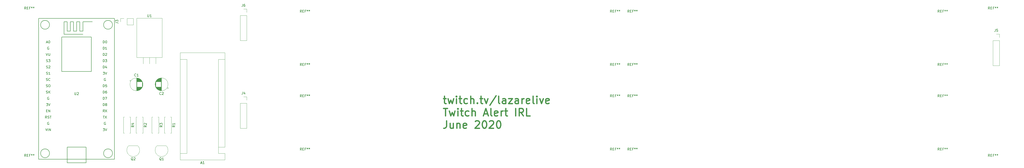
<source format=gbr>
G04 #@! TF.GenerationSoftware,KiCad,Pcbnew,(5.1.5)-3*
G04 #@! TF.CreationDate,2020-07-10T12:59:04+02:00*
G04 #@! TF.ProjectId,twitchdisplay,74776974-6368-4646-9973-706c61792e6b,rev?*
G04 #@! TF.SameCoordinates,Original*
G04 #@! TF.FileFunction,Legend,Top*
G04 #@! TF.FilePolarity,Positive*
%FSLAX46Y46*%
G04 Gerber Fmt 4.6, Leading zero omitted, Abs format (unit mm)*
G04 Created by KiCad (PCBNEW (5.1.5)-3) date 2020-07-10 12:59:04*
%MOMM*%
%LPD*%
G04 APERTURE LIST*
%ADD10C,0.500000*%
%ADD11C,0.150000*%
%ADD12C,0.120000*%
G04 APERTURE END LIST*
D10*
X131420714Y-103577142D02*
X132563571Y-103577142D01*
X131849285Y-102577142D02*
X131849285Y-105148571D01*
X131992142Y-105434285D01*
X132277857Y-105577142D01*
X132563571Y-105577142D01*
X133277857Y-103577142D02*
X133849285Y-105577142D01*
X134420714Y-104148571D01*
X134992142Y-105577142D01*
X135563571Y-103577142D01*
X136706428Y-105577142D02*
X136706428Y-103577142D01*
X136706428Y-102577142D02*
X136563571Y-102720000D01*
X136706428Y-102862857D01*
X136849285Y-102720000D01*
X136706428Y-102577142D01*
X136706428Y-102862857D01*
X137706428Y-103577142D02*
X138849285Y-103577142D01*
X138135000Y-102577142D02*
X138135000Y-105148571D01*
X138277857Y-105434285D01*
X138563571Y-105577142D01*
X138849285Y-105577142D01*
X141135000Y-105434285D02*
X140849285Y-105577142D01*
X140277857Y-105577142D01*
X139992142Y-105434285D01*
X139849285Y-105291428D01*
X139706428Y-105005714D01*
X139706428Y-104148571D01*
X139849285Y-103862857D01*
X139992142Y-103720000D01*
X140277857Y-103577142D01*
X140849285Y-103577142D01*
X141135000Y-103720000D01*
X142420714Y-105577142D02*
X142420714Y-102577142D01*
X143706428Y-105577142D02*
X143706428Y-104005714D01*
X143563571Y-103720000D01*
X143277857Y-103577142D01*
X142849285Y-103577142D01*
X142563571Y-103720000D01*
X142420714Y-103862857D01*
X145135000Y-105291428D02*
X145277857Y-105434285D01*
X145135000Y-105577142D01*
X144992142Y-105434285D01*
X145135000Y-105291428D01*
X145135000Y-105577142D01*
X146135000Y-103577142D02*
X147277857Y-103577142D01*
X146563571Y-102577142D02*
X146563571Y-105148571D01*
X146706428Y-105434285D01*
X146992142Y-105577142D01*
X147277857Y-105577142D01*
X147992142Y-103577142D02*
X148706428Y-105577142D01*
X149420714Y-103577142D01*
X152706428Y-102434285D02*
X150135000Y-106291428D01*
X154135000Y-105577142D02*
X153849285Y-105434285D01*
X153706428Y-105148571D01*
X153706428Y-102577142D01*
X156563571Y-105577142D02*
X156563571Y-104005714D01*
X156420714Y-103720000D01*
X156135000Y-103577142D01*
X155563571Y-103577142D01*
X155277857Y-103720000D01*
X156563571Y-105434285D02*
X156277857Y-105577142D01*
X155563571Y-105577142D01*
X155277857Y-105434285D01*
X155135000Y-105148571D01*
X155135000Y-104862857D01*
X155277857Y-104577142D01*
X155563571Y-104434285D01*
X156277857Y-104434285D01*
X156563571Y-104291428D01*
X157706428Y-103577142D02*
X159277857Y-103577142D01*
X157706428Y-105577142D01*
X159277857Y-105577142D01*
X161706428Y-105577142D02*
X161706428Y-104005714D01*
X161563571Y-103720000D01*
X161277857Y-103577142D01*
X160706428Y-103577142D01*
X160420714Y-103720000D01*
X161706428Y-105434285D02*
X161420714Y-105577142D01*
X160706428Y-105577142D01*
X160420714Y-105434285D01*
X160277857Y-105148571D01*
X160277857Y-104862857D01*
X160420714Y-104577142D01*
X160706428Y-104434285D01*
X161420714Y-104434285D01*
X161706428Y-104291428D01*
X163135000Y-105577142D02*
X163135000Y-103577142D01*
X163135000Y-104148571D02*
X163277857Y-103862857D01*
X163420714Y-103720000D01*
X163706428Y-103577142D01*
X163992142Y-103577142D01*
X166135000Y-105434285D02*
X165849285Y-105577142D01*
X165277857Y-105577142D01*
X164992142Y-105434285D01*
X164849285Y-105148571D01*
X164849285Y-104005714D01*
X164992142Y-103720000D01*
X165277857Y-103577142D01*
X165849285Y-103577142D01*
X166135000Y-103720000D01*
X166277857Y-104005714D01*
X166277857Y-104291428D01*
X164849285Y-104577142D01*
X167992142Y-105577142D02*
X167706428Y-105434285D01*
X167563571Y-105148571D01*
X167563571Y-102577142D01*
X169135000Y-105577142D02*
X169135000Y-103577142D01*
X169135000Y-102577142D02*
X168992142Y-102720000D01*
X169135000Y-102862857D01*
X169277857Y-102720000D01*
X169135000Y-102577142D01*
X169135000Y-102862857D01*
X170277857Y-103577142D02*
X170992142Y-105577142D01*
X171706428Y-103577142D01*
X173992142Y-105434285D02*
X173706428Y-105577142D01*
X173135000Y-105577142D01*
X172849285Y-105434285D01*
X172706428Y-105148571D01*
X172706428Y-104005714D01*
X172849285Y-103720000D01*
X173135000Y-103577142D01*
X173706428Y-103577142D01*
X173992142Y-103720000D01*
X174135000Y-104005714D01*
X174135000Y-104291428D01*
X172706428Y-104577142D01*
X131420714Y-107577142D02*
X133135000Y-107577142D01*
X132277857Y-110577142D02*
X132277857Y-107577142D01*
X133849285Y-108577142D02*
X134420714Y-110577142D01*
X134992142Y-109148571D01*
X135563571Y-110577142D01*
X136135000Y-108577142D01*
X137277857Y-110577142D02*
X137277857Y-108577142D01*
X137277857Y-107577142D02*
X137135000Y-107720000D01*
X137277857Y-107862857D01*
X137420714Y-107720000D01*
X137277857Y-107577142D01*
X137277857Y-107862857D01*
X138277857Y-108577142D02*
X139420714Y-108577142D01*
X138706428Y-107577142D02*
X138706428Y-110148571D01*
X138849285Y-110434285D01*
X139135000Y-110577142D01*
X139420714Y-110577142D01*
X141706428Y-110434285D02*
X141420714Y-110577142D01*
X140849285Y-110577142D01*
X140563571Y-110434285D01*
X140420714Y-110291428D01*
X140277857Y-110005714D01*
X140277857Y-109148571D01*
X140420714Y-108862857D01*
X140563571Y-108720000D01*
X140849285Y-108577142D01*
X141420714Y-108577142D01*
X141706428Y-108720000D01*
X142992142Y-110577142D02*
X142992142Y-107577142D01*
X144277857Y-110577142D02*
X144277857Y-109005714D01*
X144135000Y-108720000D01*
X143849285Y-108577142D01*
X143420714Y-108577142D01*
X143135000Y-108720000D01*
X142992142Y-108862857D01*
X147849285Y-109720000D02*
X149277857Y-109720000D01*
X147563571Y-110577142D02*
X148563571Y-107577142D01*
X149563571Y-110577142D01*
X150992142Y-110577142D02*
X150706428Y-110434285D01*
X150563571Y-110148571D01*
X150563571Y-107577142D01*
X153277857Y-110434285D02*
X152992142Y-110577142D01*
X152420714Y-110577142D01*
X152135000Y-110434285D01*
X151992142Y-110148571D01*
X151992142Y-109005714D01*
X152135000Y-108720000D01*
X152420714Y-108577142D01*
X152992142Y-108577142D01*
X153277857Y-108720000D01*
X153420714Y-109005714D01*
X153420714Y-109291428D01*
X151992142Y-109577142D01*
X154706428Y-110577142D02*
X154706428Y-108577142D01*
X154706428Y-109148571D02*
X154849285Y-108862857D01*
X154992142Y-108720000D01*
X155277857Y-108577142D01*
X155563571Y-108577142D01*
X156135000Y-108577142D02*
X157277857Y-108577142D01*
X156563571Y-107577142D02*
X156563571Y-110148571D01*
X156706428Y-110434285D01*
X156992142Y-110577142D01*
X157277857Y-110577142D01*
X160563571Y-110577142D02*
X160563571Y-107577142D01*
X163706428Y-110577142D02*
X162706428Y-109148571D01*
X161992142Y-110577142D02*
X161992142Y-107577142D01*
X163135000Y-107577142D01*
X163420714Y-107720000D01*
X163563571Y-107862857D01*
X163706428Y-108148571D01*
X163706428Y-108577142D01*
X163563571Y-108862857D01*
X163420714Y-109005714D01*
X163135000Y-109148571D01*
X161992142Y-109148571D01*
X166420714Y-110577142D02*
X164992142Y-110577142D01*
X164992142Y-107577142D01*
X132706428Y-112577142D02*
X132706428Y-114720000D01*
X132563571Y-115148571D01*
X132277857Y-115434285D01*
X131849285Y-115577142D01*
X131563571Y-115577142D01*
X135420714Y-113577142D02*
X135420714Y-115577142D01*
X134135000Y-113577142D02*
X134135000Y-115148571D01*
X134277857Y-115434285D01*
X134563571Y-115577142D01*
X134992142Y-115577142D01*
X135277857Y-115434285D01*
X135420714Y-115291428D01*
X136849285Y-113577142D02*
X136849285Y-115577142D01*
X136849285Y-113862857D02*
X136992142Y-113720000D01*
X137277857Y-113577142D01*
X137706428Y-113577142D01*
X137992142Y-113720000D01*
X138135000Y-114005714D01*
X138135000Y-115577142D01*
X140706428Y-115434285D02*
X140420714Y-115577142D01*
X139849285Y-115577142D01*
X139563571Y-115434285D01*
X139420714Y-115148571D01*
X139420714Y-114005714D01*
X139563571Y-113720000D01*
X139849285Y-113577142D01*
X140420714Y-113577142D01*
X140706428Y-113720000D01*
X140849285Y-114005714D01*
X140849285Y-114291428D01*
X139420714Y-114577142D01*
X144277857Y-112862857D02*
X144420714Y-112720000D01*
X144706428Y-112577142D01*
X145420714Y-112577142D01*
X145706428Y-112720000D01*
X145849285Y-112862857D01*
X145992142Y-113148571D01*
X145992142Y-113434285D01*
X145849285Y-113862857D01*
X144135000Y-115577142D01*
X145992142Y-115577142D01*
X147849285Y-112577142D02*
X148135000Y-112577142D01*
X148420714Y-112720000D01*
X148563571Y-112862857D01*
X148706428Y-113148571D01*
X148849285Y-113720000D01*
X148849285Y-114434285D01*
X148706428Y-115005714D01*
X148563571Y-115291428D01*
X148420714Y-115434285D01*
X148135000Y-115577142D01*
X147849285Y-115577142D01*
X147563571Y-115434285D01*
X147420714Y-115291428D01*
X147277857Y-115005714D01*
X147135000Y-114434285D01*
X147135000Y-113720000D01*
X147277857Y-113148571D01*
X147420714Y-112862857D01*
X147563571Y-112720000D01*
X147849285Y-112577142D01*
X149992142Y-112862857D02*
X150135000Y-112720000D01*
X150420714Y-112577142D01*
X151135000Y-112577142D01*
X151420714Y-112720000D01*
X151563571Y-112862857D01*
X151706428Y-113148571D01*
X151706428Y-113434285D01*
X151563571Y-113862857D01*
X149849285Y-115577142D01*
X151706428Y-115577142D01*
X153563571Y-112577142D02*
X153849285Y-112577142D01*
X154135000Y-112720000D01*
X154277857Y-112862857D01*
X154420714Y-113148571D01*
X154563571Y-113720000D01*
X154563571Y-114434285D01*
X154420714Y-115005714D01*
X154277857Y-115291428D01*
X154135000Y-115434285D01*
X153849285Y-115577142D01*
X153563571Y-115577142D01*
X153277857Y-115434285D01*
X153135000Y-115291428D01*
X152992142Y-115005714D01*
X152849285Y-114434285D01*
X152849285Y-113720000D01*
X152992142Y-113148571D01*
X153135000Y-112862857D01*
X153277857Y-112720000D01*
X153563571Y-112577142D01*
D11*
X-1260000Y-128100000D02*
X-1260000Y-71100000D01*
X-31760000Y-128100000D02*
X-1260000Y-128100000D01*
X-31760000Y-71100000D02*
X-31760000Y-128100000D01*
X-31260000Y-71100000D02*
X-31760000Y-71100000D01*
X-1260000Y-71100000D02*
X-31260000Y-71100000D01*
X-2013949Y-73660000D02*
G75*
G03X-2013949Y-73660000I-1796051J0D01*
G01*
X-27413949Y-73660000D02*
G75*
G03X-27413949Y-73660000I-1796051J0D01*
G01*
X-27413949Y-125730000D02*
G75*
G03X-27413949Y-125730000I-1796051J0D01*
G01*
X-2013949Y-125730000D02*
G75*
G03X-2013949Y-125730000I-1796051J0D01*
G01*
X-20320000Y-123190000D02*
X-20320000Y-129540000D01*
X-12700000Y-123190000D02*
X-20320000Y-123190000D01*
X-12700000Y-129540000D02*
X-12700000Y-123190000D01*
X-20320000Y-129540000D02*
X-12700000Y-129540000D01*
X-13970000Y-72390000D02*
X-10160000Y-72390000D01*
X-13970000Y-76200000D02*
X-13970000Y-72390000D01*
X-15240000Y-76200000D02*
X-13970000Y-76200000D01*
X-15240000Y-72390000D02*
X-15240000Y-76200000D01*
X-16510000Y-72390000D02*
X-15240000Y-72390000D01*
X-16510000Y-76200000D02*
X-16510000Y-72390000D01*
X-17780000Y-76200000D02*
X-16510000Y-76200000D01*
X-17780000Y-72390000D02*
X-17780000Y-76200000D01*
X-19050000Y-72390000D02*
X-17780000Y-72390000D01*
X-19050000Y-76200000D02*
X-19050000Y-72390000D01*
X-20320000Y-76200000D02*
X-19050000Y-76200000D01*
X-20320000Y-72390000D02*
X-20320000Y-76200000D01*
X-21590000Y-72390000D02*
X-20320000Y-72390000D01*
X-21590000Y-77470000D02*
X-21590000Y-72390000D01*
X-13970000Y-77470000D02*
X-21590000Y-77470000D01*
X-22510000Y-92600000D02*
X-22510000Y-78600000D01*
X-10510000Y-92600000D02*
X-22510000Y-92600000D01*
X-10510000Y-78600000D02*
X-10510000Y-92600000D01*
X-22510000Y-78600000D02*
X-10510000Y-78600000D01*
D12*
X15430000Y-86890000D02*
X15430000Y-89430000D01*
X12890000Y-86890000D02*
X12890000Y-89430000D01*
X10350000Y-86890000D02*
X10350000Y-89430000D01*
X18010000Y-71000000D02*
X18010000Y-86890000D01*
X7770000Y-71000000D02*
X7770000Y-86890000D01*
X7770000Y-71000000D02*
X18010000Y-71000000D01*
X7770000Y-86890000D02*
X18010000Y-86890000D01*
X2440000Y-117570000D02*
X2770000Y-117570000D01*
X2440000Y-111030000D02*
X2440000Y-117570000D01*
X2770000Y-111030000D02*
X2440000Y-111030000D01*
X5180000Y-117570000D02*
X4850000Y-117570000D01*
X5180000Y-111030000D02*
X5180000Y-117570000D01*
X4850000Y-111030000D02*
X5180000Y-111030000D01*
X13870000Y-117570000D02*
X14200000Y-117570000D01*
X13870000Y-111030000D02*
X13870000Y-117570000D01*
X14200000Y-111030000D02*
X13870000Y-111030000D01*
X16610000Y-117570000D02*
X16280000Y-117570000D01*
X16610000Y-111030000D02*
X16610000Y-117570000D01*
X16280000Y-111030000D02*
X16610000Y-111030000D01*
X7520000Y-117570000D02*
X7850000Y-117570000D01*
X7520000Y-111030000D02*
X7520000Y-117570000D01*
X7850000Y-111030000D02*
X7520000Y-111030000D01*
X10260000Y-117570000D02*
X9930000Y-117570000D01*
X10260000Y-111030000D02*
X10260000Y-117570000D01*
X9930000Y-111030000D02*
X10260000Y-111030000D01*
X18950000Y-117570000D02*
X19280000Y-117570000D01*
X18950000Y-111030000D02*
X18950000Y-117570000D01*
X19280000Y-111030000D02*
X18950000Y-111030000D01*
X21690000Y-117570000D02*
X21360000Y-117570000D01*
X21690000Y-111030000D02*
X21690000Y-117570000D01*
X21360000Y-111030000D02*
X21690000Y-111030000D01*
X4511522Y-122621522D02*
G75*
G03X6350000Y-127060000I1838478J-1838478D01*
G01*
X8188478Y-122621522D02*
G75*
G02X6350000Y-127060000I-1838478J-1838478D01*
G01*
X8150000Y-122610000D02*
X4550000Y-122610000D01*
X15941522Y-122621522D02*
G75*
G03X17780000Y-127060000I1838478J-1838478D01*
G01*
X19618478Y-122621522D02*
G75*
G02X17780000Y-127060000I-1838478J-1838478D01*
G01*
X19580000Y-122610000D02*
X15980000Y-122610000D01*
X50800000Y-67250000D02*
X52130000Y-67250000D01*
X52130000Y-67250000D02*
X52130000Y-68580000D01*
X52130000Y-69850000D02*
X52130000Y-80070000D01*
X49470000Y-80070000D02*
X52130000Y-80070000D01*
X49470000Y-69850000D02*
X49470000Y-80070000D01*
X49470000Y-69850000D02*
X52130000Y-69850000D01*
X354330000Y-77410000D02*
X355660000Y-77410000D01*
X355660000Y-77410000D02*
X355660000Y-78740000D01*
X355660000Y-80010000D02*
X355660000Y-90230000D01*
X353000000Y-90230000D02*
X355660000Y-90230000D01*
X353000000Y-80010000D02*
X353000000Y-90230000D01*
X353000000Y-80010000D02*
X355660000Y-80010000D01*
X50800000Y-102810000D02*
X52130000Y-102810000D01*
X52130000Y-102810000D02*
X52130000Y-104140000D01*
X52130000Y-105410000D02*
X52130000Y-115630000D01*
X49470000Y-115630000D02*
X52130000Y-115630000D01*
X49470000Y-105410000D02*
X49470000Y-115630000D01*
X49470000Y-105410000D02*
X52130000Y-105410000D01*
X1210000Y-72390000D02*
X1210000Y-71060000D01*
X1210000Y-71060000D02*
X2540000Y-71060000D01*
X3810000Y-71060000D02*
X6410000Y-71060000D01*
X6410000Y-73720000D02*
X6410000Y-71060000D01*
X3810000Y-73720000D02*
X6410000Y-73720000D01*
X3810000Y-73720000D02*
X3810000Y-71060000D01*
X20314775Y-99515000D02*
X20314775Y-99015000D01*
X20564775Y-99265000D02*
X20064775Y-99265000D01*
X15159000Y-98074000D02*
X15159000Y-97506000D01*
X15199000Y-98308000D02*
X15199000Y-97272000D01*
X15239000Y-98467000D02*
X15239000Y-97113000D01*
X15279000Y-98595000D02*
X15279000Y-96985000D01*
X15319000Y-98705000D02*
X15319000Y-96875000D01*
X15359000Y-98801000D02*
X15359000Y-96779000D01*
X15399000Y-98888000D02*
X15399000Y-96692000D01*
X15439000Y-98968000D02*
X15439000Y-96612000D01*
X15479000Y-96750000D02*
X15479000Y-96539000D01*
X15479000Y-99041000D02*
X15479000Y-98830000D01*
X15519000Y-96750000D02*
X15519000Y-96471000D01*
X15519000Y-99109000D02*
X15519000Y-98830000D01*
X15559000Y-96750000D02*
X15559000Y-96407000D01*
X15559000Y-99173000D02*
X15559000Y-98830000D01*
X15599000Y-96750000D02*
X15599000Y-96347000D01*
X15599000Y-99233000D02*
X15599000Y-98830000D01*
X15639000Y-96750000D02*
X15639000Y-96290000D01*
X15639000Y-99290000D02*
X15639000Y-98830000D01*
X15679000Y-96750000D02*
X15679000Y-96236000D01*
X15679000Y-99344000D02*
X15679000Y-98830000D01*
X15719000Y-96750000D02*
X15719000Y-96185000D01*
X15719000Y-99395000D02*
X15719000Y-98830000D01*
X15759000Y-96750000D02*
X15759000Y-96137000D01*
X15759000Y-99443000D02*
X15759000Y-98830000D01*
X15799000Y-96750000D02*
X15799000Y-96091000D01*
X15799000Y-99489000D02*
X15799000Y-98830000D01*
X15839000Y-96750000D02*
X15839000Y-96047000D01*
X15839000Y-99533000D02*
X15839000Y-98830000D01*
X15879000Y-96750000D02*
X15879000Y-96005000D01*
X15879000Y-99575000D02*
X15879000Y-98830000D01*
X15919000Y-96750000D02*
X15919000Y-95964000D01*
X15919000Y-99616000D02*
X15919000Y-98830000D01*
X15959000Y-96750000D02*
X15959000Y-95926000D01*
X15959000Y-99654000D02*
X15959000Y-98830000D01*
X15999000Y-96750000D02*
X15999000Y-95889000D01*
X15999000Y-99691000D02*
X15999000Y-98830000D01*
X16039000Y-96750000D02*
X16039000Y-95853000D01*
X16039000Y-99727000D02*
X16039000Y-98830000D01*
X16079000Y-96750000D02*
X16079000Y-95819000D01*
X16079000Y-99761000D02*
X16079000Y-98830000D01*
X16119000Y-96750000D02*
X16119000Y-95786000D01*
X16119000Y-99794000D02*
X16119000Y-98830000D01*
X16159000Y-96750000D02*
X16159000Y-95755000D01*
X16159000Y-99825000D02*
X16159000Y-98830000D01*
X16199000Y-96750000D02*
X16199000Y-95725000D01*
X16199000Y-99855000D02*
X16199000Y-98830000D01*
X16239000Y-96750000D02*
X16239000Y-95695000D01*
X16239000Y-99885000D02*
X16239000Y-98830000D01*
X16279000Y-96750000D02*
X16279000Y-95668000D01*
X16279000Y-99912000D02*
X16279000Y-98830000D01*
X16319000Y-96750000D02*
X16319000Y-95641000D01*
X16319000Y-99939000D02*
X16319000Y-98830000D01*
X16359000Y-96750000D02*
X16359000Y-95615000D01*
X16359000Y-99965000D02*
X16359000Y-98830000D01*
X16399000Y-96750000D02*
X16399000Y-95590000D01*
X16399000Y-99990000D02*
X16399000Y-98830000D01*
X16439000Y-96750000D02*
X16439000Y-95566000D01*
X16439000Y-100014000D02*
X16439000Y-98830000D01*
X16479000Y-96750000D02*
X16479000Y-95543000D01*
X16479000Y-100037000D02*
X16479000Y-98830000D01*
X16519000Y-96750000D02*
X16519000Y-95522000D01*
X16519000Y-100058000D02*
X16519000Y-98830000D01*
X16559000Y-96750000D02*
X16559000Y-95500000D01*
X16559000Y-100080000D02*
X16559000Y-98830000D01*
X16599000Y-96750000D02*
X16599000Y-95480000D01*
X16599000Y-100100000D02*
X16599000Y-98830000D01*
X16639000Y-96750000D02*
X16639000Y-95461000D01*
X16639000Y-100119000D02*
X16639000Y-98830000D01*
X16679000Y-96750000D02*
X16679000Y-95442000D01*
X16679000Y-100138000D02*
X16679000Y-98830000D01*
X16719000Y-96750000D02*
X16719000Y-95425000D01*
X16719000Y-100155000D02*
X16719000Y-98830000D01*
X16759000Y-96750000D02*
X16759000Y-95408000D01*
X16759000Y-100172000D02*
X16759000Y-98830000D01*
X16799000Y-96750000D02*
X16799000Y-95392000D01*
X16799000Y-100188000D02*
X16799000Y-98830000D01*
X16839000Y-96750000D02*
X16839000Y-95376000D01*
X16839000Y-100204000D02*
X16839000Y-98830000D01*
X16879000Y-96750000D02*
X16879000Y-95362000D01*
X16879000Y-100218000D02*
X16879000Y-98830000D01*
X16919000Y-96750000D02*
X16919000Y-95348000D01*
X16919000Y-100232000D02*
X16919000Y-98830000D01*
X16959000Y-96750000D02*
X16959000Y-95335000D01*
X16959000Y-100245000D02*
X16959000Y-98830000D01*
X16999000Y-96750000D02*
X16999000Y-95322000D01*
X16999000Y-100258000D02*
X16999000Y-98830000D01*
X17039000Y-96750000D02*
X17039000Y-95310000D01*
X17039000Y-100270000D02*
X17039000Y-98830000D01*
X17080000Y-96750000D02*
X17080000Y-95299000D01*
X17080000Y-100281000D02*
X17080000Y-98830000D01*
X17120000Y-96750000D02*
X17120000Y-95289000D01*
X17120000Y-100291000D02*
X17120000Y-98830000D01*
X17160000Y-96750000D02*
X17160000Y-95279000D01*
X17160000Y-100301000D02*
X17160000Y-98830000D01*
X17200000Y-96750000D02*
X17200000Y-95270000D01*
X17200000Y-100310000D02*
X17200000Y-98830000D01*
X17240000Y-96750000D02*
X17240000Y-95262000D01*
X17240000Y-100318000D02*
X17240000Y-98830000D01*
X17280000Y-96750000D02*
X17280000Y-95254000D01*
X17280000Y-100326000D02*
X17280000Y-98830000D01*
X17320000Y-96750000D02*
X17320000Y-95247000D01*
X17320000Y-100333000D02*
X17320000Y-98830000D01*
X17360000Y-96750000D02*
X17360000Y-95240000D01*
X17360000Y-100340000D02*
X17360000Y-98830000D01*
X17400000Y-96750000D02*
X17400000Y-95234000D01*
X17400000Y-100346000D02*
X17400000Y-98830000D01*
X17440000Y-96750000D02*
X17440000Y-95229000D01*
X17440000Y-100351000D02*
X17440000Y-98830000D01*
X17480000Y-96750000D02*
X17480000Y-95225000D01*
X17480000Y-100355000D02*
X17480000Y-98830000D01*
X17520000Y-96750000D02*
X17520000Y-95221000D01*
X17520000Y-100359000D02*
X17520000Y-98830000D01*
X17560000Y-100363000D02*
X17560000Y-95217000D01*
X17600000Y-100366000D02*
X17600000Y-95214000D01*
X17640000Y-100368000D02*
X17640000Y-95212000D01*
X17680000Y-100369000D02*
X17680000Y-95211000D01*
X17720000Y-100370000D02*
X17720000Y-95210000D01*
X17760000Y-100370000D02*
X17760000Y-95210000D01*
X20380000Y-97790000D02*
G75*
G03X20380000Y-97790000I-2620000J0D01*
G01*
X5085225Y-96065000D02*
X5085225Y-96565000D01*
X4835225Y-96315000D02*
X5335225Y-96315000D01*
X10241000Y-97506000D02*
X10241000Y-98074000D01*
X10201000Y-97272000D02*
X10201000Y-98308000D01*
X10161000Y-97113000D02*
X10161000Y-98467000D01*
X10121000Y-96985000D02*
X10121000Y-98595000D01*
X10081000Y-96875000D02*
X10081000Y-98705000D01*
X10041000Y-96779000D02*
X10041000Y-98801000D01*
X10001000Y-96692000D02*
X10001000Y-98888000D01*
X9961000Y-96612000D02*
X9961000Y-98968000D01*
X9921000Y-98830000D02*
X9921000Y-99041000D01*
X9921000Y-96539000D02*
X9921000Y-96750000D01*
X9881000Y-98830000D02*
X9881000Y-99109000D01*
X9881000Y-96471000D02*
X9881000Y-96750000D01*
X9841000Y-98830000D02*
X9841000Y-99173000D01*
X9841000Y-96407000D02*
X9841000Y-96750000D01*
X9801000Y-98830000D02*
X9801000Y-99233000D01*
X9801000Y-96347000D02*
X9801000Y-96750000D01*
X9761000Y-98830000D02*
X9761000Y-99290000D01*
X9761000Y-96290000D02*
X9761000Y-96750000D01*
X9721000Y-98830000D02*
X9721000Y-99344000D01*
X9721000Y-96236000D02*
X9721000Y-96750000D01*
X9681000Y-98830000D02*
X9681000Y-99395000D01*
X9681000Y-96185000D02*
X9681000Y-96750000D01*
X9641000Y-98830000D02*
X9641000Y-99443000D01*
X9641000Y-96137000D02*
X9641000Y-96750000D01*
X9601000Y-98830000D02*
X9601000Y-99489000D01*
X9601000Y-96091000D02*
X9601000Y-96750000D01*
X9561000Y-98830000D02*
X9561000Y-99533000D01*
X9561000Y-96047000D02*
X9561000Y-96750000D01*
X9521000Y-98830000D02*
X9521000Y-99575000D01*
X9521000Y-96005000D02*
X9521000Y-96750000D01*
X9481000Y-98830000D02*
X9481000Y-99616000D01*
X9481000Y-95964000D02*
X9481000Y-96750000D01*
X9441000Y-98830000D02*
X9441000Y-99654000D01*
X9441000Y-95926000D02*
X9441000Y-96750000D01*
X9401000Y-98830000D02*
X9401000Y-99691000D01*
X9401000Y-95889000D02*
X9401000Y-96750000D01*
X9361000Y-98830000D02*
X9361000Y-99727000D01*
X9361000Y-95853000D02*
X9361000Y-96750000D01*
X9321000Y-98830000D02*
X9321000Y-99761000D01*
X9321000Y-95819000D02*
X9321000Y-96750000D01*
X9281000Y-98830000D02*
X9281000Y-99794000D01*
X9281000Y-95786000D02*
X9281000Y-96750000D01*
X9241000Y-98830000D02*
X9241000Y-99825000D01*
X9241000Y-95755000D02*
X9241000Y-96750000D01*
X9201000Y-98830000D02*
X9201000Y-99855000D01*
X9201000Y-95725000D02*
X9201000Y-96750000D01*
X9161000Y-98830000D02*
X9161000Y-99885000D01*
X9161000Y-95695000D02*
X9161000Y-96750000D01*
X9121000Y-98830000D02*
X9121000Y-99912000D01*
X9121000Y-95668000D02*
X9121000Y-96750000D01*
X9081000Y-98830000D02*
X9081000Y-99939000D01*
X9081000Y-95641000D02*
X9081000Y-96750000D01*
X9041000Y-98830000D02*
X9041000Y-99965000D01*
X9041000Y-95615000D02*
X9041000Y-96750000D01*
X9001000Y-98830000D02*
X9001000Y-99990000D01*
X9001000Y-95590000D02*
X9001000Y-96750000D01*
X8961000Y-98830000D02*
X8961000Y-100014000D01*
X8961000Y-95566000D02*
X8961000Y-96750000D01*
X8921000Y-98830000D02*
X8921000Y-100037000D01*
X8921000Y-95543000D02*
X8921000Y-96750000D01*
X8881000Y-98830000D02*
X8881000Y-100058000D01*
X8881000Y-95522000D02*
X8881000Y-96750000D01*
X8841000Y-98830000D02*
X8841000Y-100080000D01*
X8841000Y-95500000D02*
X8841000Y-96750000D01*
X8801000Y-98830000D02*
X8801000Y-100100000D01*
X8801000Y-95480000D02*
X8801000Y-96750000D01*
X8761000Y-98830000D02*
X8761000Y-100119000D01*
X8761000Y-95461000D02*
X8761000Y-96750000D01*
X8721000Y-98830000D02*
X8721000Y-100138000D01*
X8721000Y-95442000D02*
X8721000Y-96750000D01*
X8681000Y-98830000D02*
X8681000Y-100155000D01*
X8681000Y-95425000D02*
X8681000Y-96750000D01*
X8641000Y-98830000D02*
X8641000Y-100172000D01*
X8641000Y-95408000D02*
X8641000Y-96750000D01*
X8601000Y-98830000D02*
X8601000Y-100188000D01*
X8601000Y-95392000D02*
X8601000Y-96750000D01*
X8561000Y-98830000D02*
X8561000Y-100204000D01*
X8561000Y-95376000D02*
X8561000Y-96750000D01*
X8521000Y-98830000D02*
X8521000Y-100218000D01*
X8521000Y-95362000D02*
X8521000Y-96750000D01*
X8481000Y-98830000D02*
X8481000Y-100232000D01*
X8481000Y-95348000D02*
X8481000Y-96750000D01*
X8441000Y-98830000D02*
X8441000Y-100245000D01*
X8441000Y-95335000D02*
X8441000Y-96750000D01*
X8401000Y-98830000D02*
X8401000Y-100258000D01*
X8401000Y-95322000D02*
X8401000Y-96750000D01*
X8361000Y-98830000D02*
X8361000Y-100270000D01*
X8361000Y-95310000D02*
X8361000Y-96750000D01*
X8320000Y-98830000D02*
X8320000Y-100281000D01*
X8320000Y-95299000D02*
X8320000Y-96750000D01*
X8280000Y-98830000D02*
X8280000Y-100291000D01*
X8280000Y-95289000D02*
X8280000Y-96750000D01*
X8240000Y-98830000D02*
X8240000Y-100301000D01*
X8240000Y-95279000D02*
X8240000Y-96750000D01*
X8200000Y-98830000D02*
X8200000Y-100310000D01*
X8200000Y-95270000D02*
X8200000Y-96750000D01*
X8160000Y-98830000D02*
X8160000Y-100318000D01*
X8160000Y-95262000D02*
X8160000Y-96750000D01*
X8120000Y-98830000D02*
X8120000Y-100326000D01*
X8120000Y-95254000D02*
X8120000Y-96750000D01*
X8080000Y-98830000D02*
X8080000Y-100333000D01*
X8080000Y-95247000D02*
X8080000Y-96750000D01*
X8040000Y-98830000D02*
X8040000Y-100340000D01*
X8040000Y-95240000D02*
X8040000Y-96750000D01*
X8000000Y-98830000D02*
X8000000Y-100346000D01*
X8000000Y-95234000D02*
X8000000Y-96750000D01*
X7960000Y-98830000D02*
X7960000Y-100351000D01*
X7960000Y-95229000D02*
X7960000Y-96750000D01*
X7920000Y-98830000D02*
X7920000Y-100355000D01*
X7920000Y-95225000D02*
X7920000Y-96750000D01*
X7880000Y-98830000D02*
X7880000Y-100359000D01*
X7880000Y-95221000D02*
X7880000Y-96750000D01*
X7840000Y-95217000D02*
X7840000Y-100363000D01*
X7800000Y-95214000D02*
X7800000Y-100366000D01*
X7760000Y-95212000D02*
X7760000Y-100368000D01*
X7720000Y-95211000D02*
X7720000Y-100369000D01*
X7680000Y-95210000D02*
X7680000Y-100370000D01*
X7640000Y-95210000D02*
X7640000Y-100370000D01*
X10260000Y-97790000D02*
G75*
G03X10260000Y-97790000I-2620000J0D01*
G01*
X25270000Y-128400000D02*
X43310000Y-128400000D01*
X25270000Y-84960000D02*
X25270000Y-128400000D01*
X43310000Y-84960000D02*
X25270000Y-84960000D01*
X40640000Y-87630000D02*
X43310000Y-87630000D01*
X40640000Y-123190000D02*
X40640000Y-87630000D01*
X40640000Y-123190000D02*
X43310000Y-123190000D01*
X27940000Y-87630000D02*
X25270000Y-87630000D01*
X27940000Y-125730000D02*
X27940000Y-87630000D01*
X27940000Y-125730000D02*
X25270000Y-125730000D01*
X43310000Y-128400000D02*
X43310000Y-125730000D01*
X43310000Y-123190000D02*
X43310000Y-84960000D01*
X40640000Y-125730000D02*
X43310000Y-125730000D01*
X40640000Y-123190000D02*
X40640000Y-125730000D01*
D11*
X331406666Y-68642380D02*
X331073333Y-68166190D01*
X330835238Y-68642380D02*
X330835238Y-67642380D01*
X331216190Y-67642380D01*
X331311428Y-67690000D01*
X331359047Y-67737619D01*
X331406666Y-67832857D01*
X331406666Y-67975714D01*
X331359047Y-68070952D01*
X331311428Y-68118571D01*
X331216190Y-68166190D01*
X330835238Y-68166190D01*
X331835238Y-68118571D02*
X332168571Y-68118571D01*
X332311428Y-68642380D02*
X331835238Y-68642380D01*
X331835238Y-67642380D01*
X332311428Y-67642380D01*
X333073333Y-68118571D02*
X332740000Y-68118571D01*
X332740000Y-68642380D02*
X332740000Y-67642380D01*
X333216190Y-67642380D01*
X333740000Y-67642380D02*
X333740000Y-67880476D01*
X333501904Y-67785238D02*
X333740000Y-67880476D01*
X333978095Y-67785238D01*
X333597142Y-68070952D02*
X333740000Y-67880476D01*
X333882857Y-68070952D01*
X334501904Y-67642380D02*
X334501904Y-67880476D01*
X334263809Y-67785238D02*
X334501904Y-67880476D01*
X334740000Y-67785238D01*
X334359047Y-68070952D02*
X334501904Y-67880476D01*
X334644761Y-68070952D01*
X331406666Y-90232380D02*
X331073333Y-89756190D01*
X330835238Y-90232380D02*
X330835238Y-89232380D01*
X331216190Y-89232380D01*
X331311428Y-89280000D01*
X331359047Y-89327619D01*
X331406666Y-89422857D01*
X331406666Y-89565714D01*
X331359047Y-89660952D01*
X331311428Y-89708571D01*
X331216190Y-89756190D01*
X330835238Y-89756190D01*
X331835238Y-89708571D02*
X332168571Y-89708571D01*
X332311428Y-90232380D02*
X331835238Y-90232380D01*
X331835238Y-89232380D01*
X332311428Y-89232380D01*
X333073333Y-89708571D02*
X332740000Y-89708571D01*
X332740000Y-90232380D02*
X332740000Y-89232380D01*
X333216190Y-89232380D01*
X333740000Y-89232380D02*
X333740000Y-89470476D01*
X333501904Y-89375238D02*
X333740000Y-89470476D01*
X333978095Y-89375238D01*
X333597142Y-89660952D02*
X333740000Y-89470476D01*
X333882857Y-89660952D01*
X334501904Y-89232380D02*
X334501904Y-89470476D01*
X334263809Y-89375238D02*
X334501904Y-89470476D01*
X334740000Y-89375238D01*
X334359047Y-89660952D02*
X334501904Y-89470476D01*
X334644761Y-89660952D01*
X331406666Y-102932380D02*
X331073333Y-102456190D01*
X330835238Y-102932380D02*
X330835238Y-101932380D01*
X331216190Y-101932380D01*
X331311428Y-101980000D01*
X331359047Y-102027619D01*
X331406666Y-102122857D01*
X331406666Y-102265714D01*
X331359047Y-102360952D01*
X331311428Y-102408571D01*
X331216190Y-102456190D01*
X330835238Y-102456190D01*
X331835238Y-102408571D02*
X332168571Y-102408571D01*
X332311428Y-102932380D02*
X331835238Y-102932380D01*
X331835238Y-101932380D01*
X332311428Y-101932380D01*
X333073333Y-102408571D02*
X332740000Y-102408571D01*
X332740000Y-102932380D02*
X332740000Y-101932380D01*
X333216190Y-101932380D01*
X333740000Y-101932380D02*
X333740000Y-102170476D01*
X333501904Y-102075238D02*
X333740000Y-102170476D01*
X333978095Y-102075238D01*
X333597142Y-102360952D02*
X333740000Y-102170476D01*
X333882857Y-102360952D01*
X334501904Y-101932380D02*
X334501904Y-102170476D01*
X334263809Y-102075238D02*
X334501904Y-102170476D01*
X334740000Y-102075238D01*
X334359047Y-102360952D02*
X334501904Y-102170476D01*
X334644761Y-102360952D01*
X331406666Y-124522380D02*
X331073333Y-124046190D01*
X330835238Y-124522380D02*
X330835238Y-123522380D01*
X331216190Y-123522380D01*
X331311428Y-123570000D01*
X331359047Y-123617619D01*
X331406666Y-123712857D01*
X331406666Y-123855714D01*
X331359047Y-123950952D01*
X331311428Y-123998571D01*
X331216190Y-124046190D01*
X330835238Y-124046190D01*
X331835238Y-123998571D02*
X332168571Y-123998571D01*
X332311428Y-124522380D02*
X331835238Y-124522380D01*
X331835238Y-123522380D01*
X332311428Y-123522380D01*
X333073333Y-123998571D02*
X332740000Y-123998571D01*
X332740000Y-124522380D02*
X332740000Y-123522380D01*
X333216190Y-123522380D01*
X333740000Y-123522380D02*
X333740000Y-123760476D01*
X333501904Y-123665238D02*
X333740000Y-123760476D01*
X333978095Y-123665238D01*
X333597142Y-123950952D02*
X333740000Y-123760476D01*
X333882857Y-123950952D01*
X334501904Y-123522380D02*
X334501904Y-123760476D01*
X334263809Y-123665238D02*
X334501904Y-123760476D01*
X334740000Y-123665238D01*
X334359047Y-123950952D02*
X334501904Y-123760476D01*
X334644761Y-123950952D01*
X206311666Y-68642380D02*
X205978333Y-68166190D01*
X205740238Y-68642380D02*
X205740238Y-67642380D01*
X206121190Y-67642380D01*
X206216428Y-67690000D01*
X206264047Y-67737619D01*
X206311666Y-67832857D01*
X206311666Y-67975714D01*
X206264047Y-68070952D01*
X206216428Y-68118571D01*
X206121190Y-68166190D01*
X205740238Y-68166190D01*
X206740238Y-68118571D02*
X207073571Y-68118571D01*
X207216428Y-68642380D02*
X206740238Y-68642380D01*
X206740238Y-67642380D01*
X207216428Y-67642380D01*
X207978333Y-68118571D02*
X207645000Y-68118571D01*
X207645000Y-68642380D02*
X207645000Y-67642380D01*
X208121190Y-67642380D01*
X208645000Y-67642380D02*
X208645000Y-67880476D01*
X208406904Y-67785238D02*
X208645000Y-67880476D01*
X208883095Y-67785238D01*
X208502142Y-68070952D02*
X208645000Y-67880476D01*
X208787857Y-68070952D01*
X209406904Y-67642380D02*
X209406904Y-67880476D01*
X209168809Y-67785238D02*
X209406904Y-67880476D01*
X209645000Y-67785238D01*
X209264047Y-68070952D02*
X209406904Y-67880476D01*
X209549761Y-68070952D01*
X206311666Y-90232380D02*
X205978333Y-89756190D01*
X205740238Y-90232380D02*
X205740238Y-89232380D01*
X206121190Y-89232380D01*
X206216428Y-89280000D01*
X206264047Y-89327619D01*
X206311666Y-89422857D01*
X206311666Y-89565714D01*
X206264047Y-89660952D01*
X206216428Y-89708571D01*
X206121190Y-89756190D01*
X205740238Y-89756190D01*
X206740238Y-89708571D02*
X207073571Y-89708571D01*
X207216428Y-90232380D02*
X206740238Y-90232380D01*
X206740238Y-89232380D01*
X207216428Y-89232380D01*
X207978333Y-89708571D02*
X207645000Y-89708571D01*
X207645000Y-90232380D02*
X207645000Y-89232380D01*
X208121190Y-89232380D01*
X208645000Y-89232380D02*
X208645000Y-89470476D01*
X208406904Y-89375238D02*
X208645000Y-89470476D01*
X208883095Y-89375238D01*
X208502142Y-89660952D02*
X208645000Y-89470476D01*
X208787857Y-89660952D01*
X209406904Y-89232380D02*
X209406904Y-89470476D01*
X209168809Y-89375238D02*
X209406904Y-89470476D01*
X209645000Y-89375238D01*
X209264047Y-89660952D02*
X209406904Y-89470476D01*
X209549761Y-89660952D01*
X206311666Y-102932380D02*
X205978333Y-102456190D01*
X205740238Y-102932380D02*
X205740238Y-101932380D01*
X206121190Y-101932380D01*
X206216428Y-101980000D01*
X206264047Y-102027619D01*
X206311666Y-102122857D01*
X206311666Y-102265714D01*
X206264047Y-102360952D01*
X206216428Y-102408571D01*
X206121190Y-102456190D01*
X205740238Y-102456190D01*
X206740238Y-102408571D02*
X207073571Y-102408571D01*
X207216428Y-102932380D02*
X206740238Y-102932380D01*
X206740238Y-101932380D01*
X207216428Y-101932380D01*
X207978333Y-102408571D02*
X207645000Y-102408571D01*
X207645000Y-102932380D02*
X207645000Y-101932380D01*
X208121190Y-101932380D01*
X208645000Y-101932380D02*
X208645000Y-102170476D01*
X208406904Y-102075238D02*
X208645000Y-102170476D01*
X208883095Y-102075238D01*
X208502142Y-102360952D02*
X208645000Y-102170476D01*
X208787857Y-102360952D01*
X209406904Y-101932380D02*
X209406904Y-102170476D01*
X209168809Y-102075238D02*
X209406904Y-102170476D01*
X209645000Y-102075238D01*
X209264047Y-102360952D02*
X209406904Y-102170476D01*
X209549761Y-102360952D01*
X206311666Y-124522380D02*
X205978333Y-124046190D01*
X205740238Y-124522380D02*
X205740238Y-123522380D01*
X206121190Y-123522380D01*
X206216428Y-123570000D01*
X206264047Y-123617619D01*
X206311666Y-123712857D01*
X206311666Y-123855714D01*
X206264047Y-123950952D01*
X206216428Y-123998571D01*
X206121190Y-124046190D01*
X205740238Y-124046190D01*
X206740238Y-123998571D02*
X207073571Y-123998571D01*
X207216428Y-124522380D02*
X206740238Y-124522380D01*
X206740238Y-123522380D01*
X207216428Y-123522380D01*
X207978333Y-123998571D02*
X207645000Y-123998571D01*
X207645000Y-124522380D02*
X207645000Y-123522380D01*
X208121190Y-123522380D01*
X208645000Y-123522380D02*
X208645000Y-123760476D01*
X208406904Y-123665238D02*
X208645000Y-123760476D01*
X208883095Y-123665238D01*
X208502142Y-123950952D02*
X208645000Y-123760476D01*
X208787857Y-123950952D01*
X209406904Y-123522380D02*
X209406904Y-123760476D01*
X209168809Y-123665238D02*
X209406904Y-123760476D01*
X209645000Y-123665238D01*
X209264047Y-123950952D02*
X209406904Y-123760476D01*
X209549761Y-123950952D01*
X199326666Y-68642380D02*
X198993333Y-68166190D01*
X198755238Y-68642380D02*
X198755238Y-67642380D01*
X199136190Y-67642380D01*
X199231428Y-67690000D01*
X199279047Y-67737619D01*
X199326666Y-67832857D01*
X199326666Y-67975714D01*
X199279047Y-68070952D01*
X199231428Y-68118571D01*
X199136190Y-68166190D01*
X198755238Y-68166190D01*
X199755238Y-68118571D02*
X200088571Y-68118571D01*
X200231428Y-68642380D02*
X199755238Y-68642380D01*
X199755238Y-67642380D01*
X200231428Y-67642380D01*
X200993333Y-68118571D02*
X200660000Y-68118571D01*
X200660000Y-68642380D02*
X200660000Y-67642380D01*
X201136190Y-67642380D01*
X201660000Y-67642380D02*
X201660000Y-67880476D01*
X201421904Y-67785238D02*
X201660000Y-67880476D01*
X201898095Y-67785238D01*
X201517142Y-68070952D02*
X201660000Y-67880476D01*
X201802857Y-68070952D01*
X202421904Y-67642380D02*
X202421904Y-67880476D01*
X202183809Y-67785238D02*
X202421904Y-67880476D01*
X202660000Y-67785238D01*
X202279047Y-68070952D02*
X202421904Y-67880476D01*
X202564761Y-68070952D01*
X199326666Y-90232380D02*
X198993333Y-89756190D01*
X198755238Y-90232380D02*
X198755238Y-89232380D01*
X199136190Y-89232380D01*
X199231428Y-89280000D01*
X199279047Y-89327619D01*
X199326666Y-89422857D01*
X199326666Y-89565714D01*
X199279047Y-89660952D01*
X199231428Y-89708571D01*
X199136190Y-89756190D01*
X198755238Y-89756190D01*
X199755238Y-89708571D02*
X200088571Y-89708571D01*
X200231428Y-90232380D02*
X199755238Y-90232380D01*
X199755238Y-89232380D01*
X200231428Y-89232380D01*
X200993333Y-89708571D02*
X200660000Y-89708571D01*
X200660000Y-90232380D02*
X200660000Y-89232380D01*
X201136190Y-89232380D01*
X201660000Y-89232380D02*
X201660000Y-89470476D01*
X201421904Y-89375238D02*
X201660000Y-89470476D01*
X201898095Y-89375238D01*
X201517142Y-89660952D02*
X201660000Y-89470476D01*
X201802857Y-89660952D01*
X202421904Y-89232380D02*
X202421904Y-89470476D01*
X202183809Y-89375238D02*
X202421904Y-89470476D01*
X202660000Y-89375238D01*
X202279047Y-89660952D02*
X202421904Y-89470476D01*
X202564761Y-89660952D01*
X199326666Y-102932380D02*
X198993333Y-102456190D01*
X198755238Y-102932380D02*
X198755238Y-101932380D01*
X199136190Y-101932380D01*
X199231428Y-101980000D01*
X199279047Y-102027619D01*
X199326666Y-102122857D01*
X199326666Y-102265714D01*
X199279047Y-102360952D01*
X199231428Y-102408571D01*
X199136190Y-102456190D01*
X198755238Y-102456190D01*
X199755238Y-102408571D02*
X200088571Y-102408571D01*
X200231428Y-102932380D02*
X199755238Y-102932380D01*
X199755238Y-101932380D01*
X200231428Y-101932380D01*
X200993333Y-102408571D02*
X200660000Y-102408571D01*
X200660000Y-102932380D02*
X200660000Y-101932380D01*
X201136190Y-101932380D01*
X201660000Y-101932380D02*
X201660000Y-102170476D01*
X201421904Y-102075238D02*
X201660000Y-102170476D01*
X201898095Y-102075238D01*
X201517142Y-102360952D02*
X201660000Y-102170476D01*
X201802857Y-102360952D01*
X202421904Y-101932380D02*
X202421904Y-102170476D01*
X202183809Y-102075238D02*
X202421904Y-102170476D01*
X202660000Y-102075238D01*
X202279047Y-102360952D02*
X202421904Y-102170476D01*
X202564761Y-102360952D01*
X199326666Y-124522380D02*
X198993333Y-124046190D01*
X198755238Y-124522380D02*
X198755238Y-123522380D01*
X199136190Y-123522380D01*
X199231428Y-123570000D01*
X199279047Y-123617619D01*
X199326666Y-123712857D01*
X199326666Y-123855714D01*
X199279047Y-123950952D01*
X199231428Y-123998571D01*
X199136190Y-124046190D01*
X198755238Y-124046190D01*
X199755238Y-123998571D02*
X200088571Y-123998571D01*
X200231428Y-124522380D02*
X199755238Y-124522380D01*
X199755238Y-123522380D01*
X200231428Y-123522380D01*
X200993333Y-123998571D02*
X200660000Y-123998571D01*
X200660000Y-124522380D02*
X200660000Y-123522380D01*
X201136190Y-123522380D01*
X201660000Y-123522380D02*
X201660000Y-123760476D01*
X201421904Y-123665238D02*
X201660000Y-123760476D01*
X201898095Y-123665238D01*
X201517142Y-123950952D02*
X201660000Y-123760476D01*
X201802857Y-123950952D01*
X202421904Y-123522380D02*
X202421904Y-123760476D01*
X202183809Y-123665238D02*
X202421904Y-123760476D01*
X202660000Y-123665238D01*
X202279047Y-123950952D02*
X202421904Y-123760476D01*
X202564761Y-123950952D01*
X74231666Y-124522380D02*
X73898333Y-124046190D01*
X73660238Y-124522380D02*
X73660238Y-123522380D01*
X74041190Y-123522380D01*
X74136428Y-123570000D01*
X74184047Y-123617619D01*
X74231666Y-123712857D01*
X74231666Y-123855714D01*
X74184047Y-123950952D01*
X74136428Y-123998571D01*
X74041190Y-124046190D01*
X73660238Y-124046190D01*
X74660238Y-123998571D02*
X74993571Y-123998571D01*
X75136428Y-124522380D02*
X74660238Y-124522380D01*
X74660238Y-123522380D01*
X75136428Y-123522380D01*
X75898333Y-123998571D02*
X75565000Y-123998571D01*
X75565000Y-124522380D02*
X75565000Y-123522380D01*
X76041190Y-123522380D01*
X76565000Y-123522380D02*
X76565000Y-123760476D01*
X76326904Y-123665238D02*
X76565000Y-123760476D01*
X76803095Y-123665238D01*
X76422142Y-123950952D02*
X76565000Y-123760476D01*
X76707857Y-123950952D01*
X77326904Y-123522380D02*
X77326904Y-123760476D01*
X77088809Y-123665238D02*
X77326904Y-123760476D01*
X77565000Y-123665238D01*
X77184047Y-123950952D02*
X77326904Y-123760476D01*
X77469761Y-123950952D01*
X74231666Y-102932380D02*
X73898333Y-102456190D01*
X73660238Y-102932380D02*
X73660238Y-101932380D01*
X74041190Y-101932380D01*
X74136428Y-101980000D01*
X74184047Y-102027619D01*
X74231666Y-102122857D01*
X74231666Y-102265714D01*
X74184047Y-102360952D01*
X74136428Y-102408571D01*
X74041190Y-102456190D01*
X73660238Y-102456190D01*
X74660238Y-102408571D02*
X74993571Y-102408571D01*
X75136428Y-102932380D02*
X74660238Y-102932380D01*
X74660238Y-101932380D01*
X75136428Y-101932380D01*
X75898333Y-102408571D02*
X75565000Y-102408571D01*
X75565000Y-102932380D02*
X75565000Y-101932380D01*
X76041190Y-101932380D01*
X76565000Y-101932380D02*
X76565000Y-102170476D01*
X76326904Y-102075238D02*
X76565000Y-102170476D01*
X76803095Y-102075238D01*
X76422142Y-102360952D02*
X76565000Y-102170476D01*
X76707857Y-102360952D01*
X77326904Y-101932380D02*
X77326904Y-102170476D01*
X77088809Y-102075238D02*
X77326904Y-102170476D01*
X77565000Y-102075238D01*
X77184047Y-102360952D02*
X77326904Y-102170476D01*
X77469761Y-102360952D01*
X74231666Y-90232380D02*
X73898333Y-89756190D01*
X73660238Y-90232380D02*
X73660238Y-89232380D01*
X74041190Y-89232380D01*
X74136428Y-89280000D01*
X74184047Y-89327619D01*
X74231666Y-89422857D01*
X74231666Y-89565714D01*
X74184047Y-89660952D01*
X74136428Y-89708571D01*
X74041190Y-89756190D01*
X73660238Y-89756190D01*
X74660238Y-89708571D02*
X74993571Y-89708571D01*
X75136428Y-90232380D02*
X74660238Y-90232380D01*
X74660238Y-89232380D01*
X75136428Y-89232380D01*
X75898333Y-89708571D02*
X75565000Y-89708571D01*
X75565000Y-90232380D02*
X75565000Y-89232380D01*
X76041190Y-89232380D01*
X76565000Y-89232380D02*
X76565000Y-89470476D01*
X76326904Y-89375238D02*
X76565000Y-89470476D01*
X76803095Y-89375238D01*
X76422142Y-89660952D02*
X76565000Y-89470476D01*
X76707857Y-89660952D01*
X77326904Y-89232380D02*
X77326904Y-89470476D01*
X77088809Y-89375238D02*
X77326904Y-89470476D01*
X77565000Y-89375238D01*
X77184047Y-89660952D02*
X77326904Y-89470476D01*
X77469761Y-89660952D01*
X74231666Y-68642380D02*
X73898333Y-68166190D01*
X73660238Y-68642380D02*
X73660238Y-67642380D01*
X74041190Y-67642380D01*
X74136428Y-67690000D01*
X74184047Y-67737619D01*
X74231666Y-67832857D01*
X74231666Y-67975714D01*
X74184047Y-68070952D01*
X74136428Y-68118571D01*
X74041190Y-68166190D01*
X73660238Y-68166190D01*
X74660238Y-68118571D02*
X74993571Y-68118571D01*
X75136428Y-68642380D02*
X74660238Y-68642380D01*
X74660238Y-67642380D01*
X75136428Y-67642380D01*
X75898333Y-68118571D02*
X75565000Y-68118571D01*
X75565000Y-68642380D02*
X75565000Y-67642380D01*
X76041190Y-67642380D01*
X76565000Y-67642380D02*
X76565000Y-67880476D01*
X76326904Y-67785238D02*
X76565000Y-67880476D01*
X76803095Y-67785238D01*
X76422142Y-68070952D02*
X76565000Y-67880476D01*
X76707857Y-68070952D01*
X77326904Y-67642380D02*
X77326904Y-67880476D01*
X77088809Y-67785238D02*
X77326904Y-67880476D01*
X77565000Y-67785238D01*
X77184047Y-68070952D02*
X77326904Y-67880476D01*
X77469761Y-68070952D01*
X351726666Y-127062380D02*
X351393333Y-126586190D01*
X351155238Y-127062380D02*
X351155238Y-126062380D01*
X351536190Y-126062380D01*
X351631428Y-126110000D01*
X351679047Y-126157619D01*
X351726666Y-126252857D01*
X351726666Y-126395714D01*
X351679047Y-126490952D01*
X351631428Y-126538571D01*
X351536190Y-126586190D01*
X351155238Y-126586190D01*
X352155238Y-126538571D02*
X352488571Y-126538571D01*
X352631428Y-127062380D02*
X352155238Y-127062380D01*
X352155238Y-126062380D01*
X352631428Y-126062380D01*
X353393333Y-126538571D02*
X353060000Y-126538571D01*
X353060000Y-127062380D02*
X353060000Y-126062380D01*
X353536190Y-126062380D01*
X354060000Y-126062380D02*
X354060000Y-126300476D01*
X353821904Y-126205238D02*
X354060000Y-126300476D01*
X354298095Y-126205238D01*
X353917142Y-126490952D02*
X354060000Y-126300476D01*
X354202857Y-126490952D01*
X354821904Y-126062380D02*
X354821904Y-126300476D01*
X354583809Y-126205238D02*
X354821904Y-126300476D01*
X355060000Y-126205238D01*
X354679047Y-126490952D02*
X354821904Y-126300476D01*
X354964761Y-126490952D01*
X351726666Y-67372380D02*
X351393333Y-66896190D01*
X351155238Y-67372380D02*
X351155238Y-66372380D01*
X351536190Y-66372380D01*
X351631428Y-66420000D01*
X351679047Y-66467619D01*
X351726666Y-66562857D01*
X351726666Y-66705714D01*
X351679047Y-66800952D01*
X351631428Y-66848571D01*
X351536190Y-66896190D01*
X351155238Y-66896190D01*
X352155238Y-66848571D02*
X352488571Y-66848571D01*
X352631428Y-67372380D02*
X352155238Y-67372380D01*
X352155238Y-66372380D01*
X352631428Y-66372380D01*
X353393333Y-66848571D02*
X353060000Y-66848571D01*
X353060000Y-67372380D02*
X353060000Y-66372380D01*
X353536190Y-66372380D01*
X354060000Y-66372380D02*
X354060000Y-66610476D01*
X353821904Y-66515238D02*
X354060000Y-66610476D01*
X354298095Y-66515238D01*
X353917142Y-66800952D02*
X354060000Y-66610476D01*
X354202857Y-66800952D01*
X354821904Y-66372380D02*
X354821904Y-66610476D01*
X354583809Y-66515238D02*
X354821904Y-66610476D01*
X355060000Y-66515238D01*
X354679047Y-66800952D02*
X354821904Y-66610476D01*
X354964761Y-66800952D01*
X-36893333Y-127062380D02*
X-37226666Y-126586190D01*
X-37464761Y-127062380D02*
X-37464761Y-126062380D01*
X-37083809Y-126062380D01*
X-36988571Y-126110000D01*
X-36940952Y-126157619D01*
X-36893333Y-126252857D01*
X-36893333Y-126395714D01*
X-36940952Y-126490952D01*
X-36988571Y-126538571D01*
X-37083809Y-126586190D01*
X-37464761Y-126586190D01*
X-36464761Y-126538571D02*
X-36131428Y-126538571D01*
X-35988571Y-127062380D02*
X-36464761Y-127062380D01*
X-36464761Y-126062380D01*
X-35988571Y-126062380D01*
X-35226666Y-126538571D02*
X-35560000Y-126538571D01*
X-35560000Y-127062380D02*
X-35560000Y-126062380D01*
X-35083809Y-126062380D01*
X-34560000Y-126062380D02*
X-34560000Y-126300476D01*
X-34798095Y-126205238D02*
X-34560000Y-126300476D01*
X-34321904Y-126205238D01*
X-34702857Y-126490952D02*
X-34560000Y-126300476D01*
X-34417142Y-126490952D01*
X-33798095Y-126062380D02*
X-33798095Y-126300476D01*
X-34036190Y-126205238D02*
X-33798095Y-126300476D01*
X-33560000Y-126205238D01*
X-33940952Y-126490952D02*
X-33798095Y-126300476D01*
X-33655238Y-126490952D01*
X-36893333Y-67372380D02*
X-37226666Y-66896190D01*
X-37464761Y-67372380D02*
X-37464761Y-66372380D01*
X-37083809Y-66372380D01*
X-36988571Y-66420000D01*
X-36940952Y-66467619D01*
X-36893333Y-66562857D01*
X-36893333Y-66705714D01*
X-36940952Y-66800952D01*
X-36988571Y-66848571D01*
X-37083809Y-66896190D01*
X-37464761Y-66896190D01*
X-36464761Y-66848571D02*
X-36131428Y-66848571D01*
X-35988571Y-67372380D02*
X-36464761Y-67372380D01*
X-36464761Y-66372380D01*
X-35988571Y-66372380D01*
X-35226666Y-66848571D02*
X-35560000Y-66848571D01*
X-35560000Y-67372380D02*
X-35560000Y-66372380D01*
X-35083809Y-66372380D01*
X-34560000Y-66372380D02*
X-34560000Y-66610476D01*
X-34798095Y-66515238D02*
X-34560000Y-66610476D01*
X-34321904Y-66515238D01*
X-34702857Y-66800952D02*
X-34560000Y-66610476D01*
X-34417142Y-66800952D01*
X-33798095Y-66372380D02*
X-33798095Y-66610476D01*
X-34036190Y-66515238D02*
X-33798095Y-66610476D01*
X-33560000Y-66515238D01*
X-33940952Y-66800952D02*
X-33798095Y-66610476D01*
X-33655238Y-66800952D01*
X-17271904Y-101052380D02*
X-17271904Y-101861904D01*
X-17224285Y-101957142D01*
X-17176666Y-102004761D01*
X-17081428Y-102052380D01*
X-16890952Y-102052380D01*
X-16795714Y-102004761D01*
X-16748095Y-101957142D01*
X-16700476Y-101861904D01*
X-16700476Y-101052380D01*
X-16271904Y-101147619D02*
X-16224285Y-101100000D01*
X-16129047Y-101052380D01*
X-15890952Y-101052380D01*
X-15795714Y-101100000D01*
X-15748095Y-101147619D01*
X-15700476Y-101242857D01*
X-15700476Y-101338095D01*
X-15748095Y-101480952D01*
X-16319523Y-102052380D01*
X-15700476Y-102052380D01*
X-5818095Y-81097380D02*
X-5818095Y-80097380D01*
X-5580000Y-80097380D01*
X-5437142Y-80145000D01*
X-5341904Y-80240238D01*
X-5294285Y-80335476D01*
X-5246666Y-80525952D01*
X-5246666Y-80668809D01*
X-5294285Y-80859285D01*
X-5341904Y-80954523D01*
X-5437142Y-81049761D01*
X-5580000Y-81097380D01*
X-5818095Y-81097380D01*
X-4627619Y-80097380D02*
X-4532380Y-80097380D01*
X-4437142Y-80145000D01*
X-4389523Y-80192619D01*
X-4341904Y-80287857D01*
X-4294285Y-80478333D01*
X-4294285Y-80716428D01*
X-4341904Y-80906904D01*
X-4389523Y-81002142D01*
X-4437142Y-81049761D01*
X-4532380Y-81097380D01*
X-4627619Y-81097380D01*
X-4722857Y-81049761D01*
X-4770476Y-81002142D01*
X-4818095Y-80906904D01*
X-4865714Y-80716428D01*
X-4865714Y-80478333D01*
X-4818095Y-80287857D01*
X-4770476Y-80192619D01*
X-4722857Y-80145000D01*
X-4627619Y-80097380D01*
X-5818095Y-83637380D02*
X-5818095Y-82637380D01*
X-5580000Y-82637380D01*
X-5437142Y-82685000D01*
X-5341904Y-82780238D01*
X-5294285Y-82875476D01*
X-5246666Y-83065952D01*
X-5246666Y-83208809D01*
X-5294285Y-83399285D01*
X-5341904Y-83494523D01*
X-5437142Y-83589761D01*
X-5580000Y-83637380D01*
X-5818095Y-83637380D01*
X-4294285Y-83637380D02*
X-4865714Y-83637380D01*
X-4580000Y-83637380D02*
X-4580000Y-82637380D01*
X-4675238Y-82780238D01*
X-4770476Y-82875476D01*
X-4865714Y-82923095D01*
X-5818095Y-86177380D02*
X-5818095Y-85177380D01*
X-5580000Y-85177380D01*
X-5437142Y-85225000D01*
X-5341904Y-85320238D01*
X-5294285Y-85415476D01*
X-5246666Y-85605952D01*
X-5246666Y-85748809D01*
X-5294285Y-85939285D01*
X-5341904Y-86034523D01*
X-5437142Y-86129761D01*
X-5580000Y-86177380D01*
X-5818095Y-86177380D01*
X-4865714Y-85272619D02*
X-4818095Y-85225000D01*
X-4722857Y-85177380D01*
X-4484761Y-85177380D01*
X-4389523Y-85225000D01*
X-4341904Y-85272619D01*
X-4294285Y-85367857D01*
X-4294285Y-85463095D01*
X-4341904Y-85605952D01*
X-4913333Y-86177380D01*
X-4294285Y-86177380D01*
X-5818095Y-88717380D02*
X-5818095Y-87717380D01*
X-5580000Y-87717380D01*
X-5437142Y-87765000D01*
X-5341904Y-87860238D01*
X-5294285Y-87955476D01*
X-5246666Y-88145952D01*
X-5246666Y-88288809D01*
X-5294285Y-88479285D01*
X-5341904Y-88574523D01*
X-5437142Y-88669761D01*
X-5580000Y-88717380D01*
X-5818095Y-88717380D01*
X-4913333Y-87717380D02*
X-4294285Y-87717380D01*
X-4627619Y-88098333D01*
X-4484761Y-88098333D01*
X-4389523Y-88145952D01*
X-4341904Y-88193571D01*
X-4294285Y-88288809D01*
X-4294285Y-88526904D01*
X-4341904Y-88622142D01*
X-4389523Y-88669761D01*
X-4484761Y-88717380D01*
X-4770476Y-88717380D01*
X-4865714Y-88669761D01*
X-4913333Y-88622142D01*
X-5818095Y-91257380D02*
X-5818095Y-90257380D01*
X-5580000Y-90257380D01*
X-5437142Y-90305000D01*
X-5341904Y-90400238D01*
X-5294285Y-90495476D01*
X-5246666Y-90685952D01*
X-5246666Y-90828809D01*
X-5294285Y-91019285D01*
X-5341904Y-91114523D01*
X-5437142Y-91209761D01*
X-5580000Y-91257380D01*
X-5818095Y-91257380D01*
X-4389523Y-90590714D02*
X-4389523Y-91257380D01*
X-4627619Y-90209761D02*
X-4865714Y-90924047D01*
X-4246666Y-90924047D01*
X-5841904Y-92797380D02*
X-5222857Y-92797380D01*
X-5556190Y-93178333D01*
X-5413333Y-93178333D01*
X-5318095Y-93225952D01*
X-5270476Y-93273571D01*
X-5222857Y-93368809D01*
X-5222857Y-93606904D01*
X-5270476Y-93702142D01*
X-5318095Y-93749761D01*
X-5413333Y-93797380D01*
X-5699047Y-93797380D01*
X-5794285Y-93749761D01*
X-5841904Y-93702142D01*
X-4937142Y-92797380D02*
X-4603809Y-93797380D01*
X-4270476Y-92797380D01*
X-4818095Y-95385000D02*
X-4913333Y-95337380D01*
X-5056190Y-95337380D01*
X-5199047Y-95385000D01*
X-5294285Y-95480238D01*
X-5341904Y-95575476D01*
X-5389523Y-95765952D01*
X-5389523Y-95908809D01*
X-5341904Y-96099285D01*
X-5294285Y-96194523D01*
X-5199047Y-96289761D01*
X-5056190Y-96337380D01*
X-4960952Y-96337380D01*
X-4818095Y-96289761D01*
X-4770476Y-96242142D01*
X-4770476Y-95908809D01*
X-4960952Y-95908809D01*
X-5818095Y-98877380D02*
X-5818095Y-97877380D01*
X-5580000Y-97877380D01*
X-5437142Y-97925000D01*
X-5341904Y-98020238D01*
X-5294285Y-98115476D01*
X-5246666Y-98305952D01*
X-5246666Y-98448809D01*
X-5294285Y-98639285D01*
X-5341904Y-98734523D01*
X-5437142Y-98829761D01*
X-5580000Y-98877380D01*
X-5818095Y-98877380D01*
X-4341904Y-97877380D02*
X-4818095Y-97877380D01*
X-4865714Y-98353571D01*
X-4818095Y-98305952D01*
X-4722857Y-98258333D01*
X-4484761Y-98258333D01*
X-4389523Y-98305952D01*
X-4341904Y-98353571D01*
X-4294285Y-98448809D01*
X-4294285Y-98686904D01*
X-4341904Y-98782142D01*
X-4389523Y-98829761D01*
X-4484761Y-98877380D01*
X-4722857Y-98877380D01*
X-4818095Y-98829761D01*
X-4865714Y-98782142D01*
X-5818095Y-101417380D02*
X-5818095Y-100417380D01*
X-5580000Y-100417380D01*
X-5437142Y-100465000D01*
X-5341904Y-100560238D01*
X-5294285Y-100655476D01*
X-5246666Y-100845952D01*
X-5246666Y-100988809D01*
X-5294285Y-101179285D01*
X-5341904Y-101274523D01*
X-5437142Y-101369761D01*
X-5580000Y-101417380D01*
X-5818095Y-101417380D01*
X-4389523Y-100417380D02*
X-4580000Y-100417380D01*
X-4675238Y-100465000D01*
X-4722857Y-100512619D01*
X-4818095Y-100655476D01*
X-4865714Y-100845952D01*
X-4865714Y-101226904D01*
X-4818095Y-101322142D01*
X-4770476Y-101369761D01*
X-4675238Y-101417380D01*
X-4484761Y-101417380D01*
X-4389523Y-101369761D01*
X-4341904Y-101322142D01*
X-4294285Y-101226904D01*
X-4294285Y-100988809D01*
X-4341904Y-100893571D01*
X-4389523Y-100845952D01*
X-4484761Y-100798333D01*
X-4675238Y-100798333D01*
X-4770476Y-100845952D01*
X-4818095Y-100893571D01*
X-4865714Y-100988809D01*
X-5818095Y-103957380D02*
X-5818095Y-102957380D01*
X-5580000Y-102957380D01*
X-5437142Y-103005000D01*
X-5341904Y-103100238D01*
X-5294285Y-103195476D01*
X-5246666Y-103385952D01*
X-5246666Y-103528809D01*
X-5294285Y-103719285D01*
X-5341904Y-103814523D01*
X-5437142Y-103909761D01*
X-5580000Y-103957380D01*
X-5818095Y-103957380D01*
X-4913333Y-102957380D02*
X-4246666Y-102957380D01*
X-4675238Y-103957380D01*
X-5818095Y-106497380D02*
X-5818095Y-105497380D01*
X-5580000Y-105497380D01*
X-5437142Y-105545000D01*
X-5341904Y-105640238D01*
X-5294285Y-105735476D01*
X-5246666Y-105925952D01*
X-5246666Y-106068809D01*
X-5294285Y-106259285D01*
X-5341904Y-106354523D01*
X-5437142Y-106449761D01*
X-5580000Y-106497380D01*
X-5818095Y-106497380D01*
X-4675238Y-105925952D02*
X-4770476Y-105878333D01*
X-4818095Y-105830714D01*
X-4865714Y-105735476D01*
X-4865714Y-105687857D01*
X-4818095Y-105592619D01*
X-4770476Y-105545000D01*
X-4675238Y-105497380D01*
X-4484761Y-105497380D01*
X-4389523Y-105545000D01*
X-4341904Y-105592619D01*
X-4294285Y-105687857D01*
X-4294285Y-105735476D01*
X-4341904Y-105830714D01*
X-4389523Y-105878333D01*
X-4484761Y-105925952D01*
X-4675238Y-105925952D01*
X-4770476Y-105973571D01*
X-4818095Y-106021190D01*
X-4865714Y-106116428D01*
X-4865714Y-106306904D01*
X-4818095Y-106402142D01*
X-4770476Y-106449761D01*
X-4675238Y-106497380D01*
X-4484761Y-106497380D01*
X-4389523Y-106449761D01*
X-4341904Y-106402142D01*
X-4294285Y-106306904D01*
X-4294285Y-106116428D01*
X-4341904Y-106021190D01*
X-4389523Y-105973571D01*
X-4484761Y-105925952D01*
X-5246666Y-109037380D02*
X-5580000Y-108561190D01*
X-5818095Y-109037380D02*
X-5818095Y-108037380D01*
X-5437142Y-108037380D01*
X-5341904Y-108085000D01*
X-5294285Y-108132619D01*
X-5246666Y-108227857D01*
X-5246666Y-108370714D01*
X-5294285Y-108465952D01*
X-5341904Y-108513571D01*
X-5437142Y-108561190D01*
X-5818095Y-108561190D01*
X-4913333Y-108037380D02*
X-4246666Y-109037380D01*
X-4246666Y-108037380D02*
X-4913333Y-109037380D01*
X-5841904Y-110577380D02*
X-5270476Y-110577380D01*
X-5556190Y-111577380D02*
X-5556190Y-110577380D01*
X-5032380Y-110577380D02*
X-4365714Y-111577380D01*
X-4365714Y-110577380D02*
X-5032380Y-111577380D01*
X-4818095Y-113165000D02*
X-4913333Y-113117380D01*
X-5056190Y-113117380D01*
X-5199047Y-113165000D01*
X-5294285Y-113260238D01*
X-5341904Y-113355476D01*
X-5389523Y-113545952D01*
X-5389523Y-113688809D01*
X-5341904Y-113879285D01*
X-5294285Y-113974523D01*
X-5199047Y-114069761D01*
X-5056190Y-114117380D01*
X-4960952Y-114117380D01*
X-4818095Y-114069761D01*
X-4770476Y-114022142D01*
X-4770476Y-113688809D01*
X-4960952Y-113688809D01*
X-5841904Y-115657380D02*
X-5222857Y-115657380D01*
X-5556190Y-116038333D01*
X-5413333Y-116038333D01*
X-5318095Y-116085952D01*
X-5270476Y-116133571D01*
X-5222857Y-116228809D01*
X-5222857Y-116466904D01*
X-5270476Y-116562142D01*
X-5318095Y-116609761D01*
X-5413333Y-116657380D01*
X-5699047Y-116657380D01*
X-5794285Y-116609761D01*
X-5841904Y-116562142D01*
X-4937142Y-115657380D02*
X-4603809Y-116657380D01*
X-4270476Y-115657380D01*
X-28654285Y-80811666D02*
X-28178095Y-80811666D01*
X-28749523Y-81097380D02*
X-28416190Y-80097380D01*
X-28082857Y-81097380D01*
X-27559047Y-80097380D02*
X-27463809Y-80097380D01*
X-27368571Y-80145000D01*
X-27320952Y-80192619D01*
X-27273333Y-80287857D01*
X-27225714Y-80478333D01*
X-27225714Y-80716428D01*
X-27273333Y-80906904D01*
X-27320952Y-81002142D01*
X-27368571Y-81049761D01*
X-27463809Y-81097380D01*
X-27559047Y-81097380D01*
X-27654285Y-81049761D01*
X-27701904Y-81002142D01*
X-27749523Y-80906904D01*
X-27797142Y-80716428D01*
X-27797142Y-80478333D01*
X-27749523Y-80287857D01*
X-27701904Y-80192619D01*
X-27654285Y-80145000D01*
X-27559047Y-80097380D01*
X-27678095Y-82685000D02*
X-27773333Y-82637380D01*
X-27916190Y-82637380D01*
X-28059047Y-82685000D01*
X-28154285Y-82780238D01*
X-28201904Y-82875476D01*
X-28249523Y-83065952D01*
X-28249523Y-83208809D01*
X-28201904Y-83399285D01*
X-28154285Y-83494523D01*
X-28059047Y-83589761D01*
X-27916190Y-83637380D01*
X-27820952Y-83637380D01*
X-27678095Y-83589761D01*
X-27630476Y-83542142D01*
X-27630476Y-83208809D01*
X-27820952Y-83208809D01*
X-28797142Y-85177380D02*
X-28463809Y-86177380D01*
X-28130476Y-85177380D01*
X-27797142Y-85177380D02*
X-27797142Y-85986904D01*
X-27749523Y-86082142D01*
X-27701904Y-86129761D01*
X-27606666Y-86177380D01*
X-27416190Y-86177380D01*
X-27320952Y-86129761D01*
X-27273333Y-86082142D01*
X-27225714Y-85986904D01*
X-27225714Y-85177380D01*
X-28701904Y-88669761D02*
X-28559047Y-88717380D01*
X-28320952Y-88717380D01*
X-28225714Y-88669761D01*
X-28178095Y-88622142D01*
X-28130476Y-88526904D01*
X-28130476Y-88431666D01*
X-28178095Y-88336428D01*
X-28225714Y-88288809D01*
X-28320952Y-88241190D01*
X-28511428Y-88193571D01*
X-28606666Y-88145952D01*
X-28654285Y-88098333D01*
X-28701904Y-88003095D01*
X-28701904Y-87907857D01*
X-28654285Y-87812619D01*
X-28606666Y-87765000D01*
X-28511428Y-87717380D01*
X-28273333Y-87717380D01*
X-28130476Y-87765000D01*
X-27797142Y-87717380D02*
X-27178095Y-87717380D01*
X-27511428Y-88098333D01*
X-27368571Y-88098333D01*
X-27273333Y-88145952D01*
X-27225714Y-88193571D01*
X-27178095Y-88288809D01*
X-27178095Y-88526904D01*
X-27225714Y-88622142D01*
X-27273333Y-88669761D01*
X-27368571Y-88717380D01*
X-27654285Y-88717380D01*
X-27749523Y-88669761D01*
X-27797142Y-88622142D01*
X-28701904Y-91209761D02*
X-28559047Y-91257380D01*
X-28320952Y-91257380D01*
X-28225714Y-91209761D01*
X-28178095Y-91162142D01*
X-28130476Y-91066904D01*
X-28130476Y-90971666D01*
X-28178095Y-90876428D01*
X-28225714Y-90828809D01*
X-28320952Y-90781190D01*
X-28511428Y-90733571D01*
X-28606666Y-90685952D01*
X-28654285Y-90638333D01*
X-28701904Y-90543095D01*
X-28701904Y-90447857D01*
X-28654285Y-90352619D01*
X-28606666Y-90305000D01*
X-28511428Y-90257380D01*
X-28273333Y-90257380D01*
X-28130476Y-90305000D01*
X-27749523Y-90352619D02*
X-27701904Y-90305000D01*
X-27606666Y-90257380D01*
X-27368571Y-90257380D01*
X-27273333Y-90305000D01*
X-27225714Y-90352619D01*
X-27178095Y-90447857D01*
X-27178095Y-90543095D01*
X-27225714Y-90685952D01*
X-27797142Y-91257380D01*
X-27178095Y-91257380D01*
X-28701904Y-93749761D02*
X-28559047Y-93797380D01*
X-28320952Y-93797380D01*
X-28225714Y-93749761D01*
X-28178095Y-93702142D01*
X-28130476Y-93606904D01*
X-28130476Y-93511666D01*
X-28178095Y-93416428D01*
X-28225714Y-93368809D01*
X-28320952Y-93321190D01*
X-28511428Y-93273571D01*
X-28606666Y-93225952D01*
X-28654285Y-93178333D01*
X-28701904Y-93083095D01*
X-28701904Y-92987857D01*
X-28654285Y-92892619D01*
X-28606666Y-92845000D01*
X-28511428Y-92797380D01*
X-28273333Y-92797380D01*
X-28130476Y-92845000D01*
X-27178095Y-93797380D02*
X-27749523Y-93797380D01*
X-27463809Y-93797380D02*
X-27463809Y-92797380D01*
X-27559047Y-92940238D01*
X-27654285Y-93035476D01*
X-27749523Y-93083095D01*
X-28725714Y-96289761D02*
X-28582857Y-96337380D01*
X-28344761Y-96337380D01*
X-28249523Y-96289761D01*
X-28201904Y-96242142D01*
X-28154285Y-96146904D01*
X-28154285Y-96051666D01*
X-28201904Y-95956428D01*
X-28249523Y-95908809D01*
X-28344761Y-95861190D01*
X-28535238Y-95813571D01*
X-28630476Y-95765952D01*
X-28678095Y-95718333D01*
X-28725714Y-95623095D01*
X-28725714Y-95527857D01*
X-28678095Y-95432619D01*
X-28630476Y-95385000D01*
X-28535238Y-95337380D01*
X-28297142Y-95337380D01*
X-28154285Y-95385000D01*
X-27154285Y-96242142D02*
X-27201904Y-96289761D01*
X-27344761Y-96337380D01*
X-27440000Y-96337380D01*
X-27582857Y-96289761D01*
X-27678095Y-96194523D01*
X-27725714Y-96099285D01*
X-27773333Y-95908809D01*
X-27773333Y-95765952D01*
X-27725714Y-95575476D01*
X-27678095Y-95480238D01*
X-27582857Y-95385000D01*
X-27440000Y-95337380D01*
X-27344761Y-95337380D01*
X-27201904Y-95385000D01*
X-27154285Y-95432619D01*
X-28749523Y-98829761D02*
X-28606666Y-98877380D01*
X-28368571Y-98877380D01*
X-28273333Y-98829761D01*
X-28225714Y-98782142D01*
X-28178095Y-98686904D01*
X-28178095Y-98591666D01*
X-28225714Y-98496428D01*
X-28273333Y-98448809D01*
X-28368571Y-98401190D01*
X-28559047Y-98353571D01*
X-28654285Y-98305952D01*
X-28701904Y-98258333D01*
X-28749523Y-98163095D01*
X-28749523Y-98067857D01*
X-28701904Y-97972619D01*
X-28654285Y-97925000D01*
X-28559047Y-97877380D01*
X-28320952Y-97877380D01*
X-28178095Y-97925000D01*
X-27559047Y-97877380D02*
X-27368571Y-97877380D01*
X-27273333Y-97925000D01*
X-27178095Y-98020238D01*
X-27130476Y-98210714D01*
X-27130476Y-98544047D01*
X-27178095Y-98734523D01*
X-27273333Y-98829761D01*
X-27368571Y-98877380D01*
X-27559047Y-98877380D01*
X-27654285Y-98829761D01*
X-27749523Y-98734523D01*
X-27797142Y-98544047D01*
X-27797142Y-98210714D01*
X-27749523Y-98020238D01*
X-27654285Y-97925000D01*
X-27559047Y-97877380D01*
X-28725714Y-101369761D02*
X-28582857Y-101417380D01*
X-28344761Y-101417380D01*
X-28249523Y-101369761D01*
X-28201904Y-101322142D01*
X-28154285Y-101226904D01*
X-28154285Y-101131666D01*
X-28201904Y-101036428D01*
X-28249523Y-100988809D01*
X-28344761Y-100941190D01*
X-28535238Y-100893571D01*
X-28630476Y-100845952D01*
X-28678095Y-100798333D01*
X-28725714Y-100703095D01*
X-28725714Y-100607857D01*
X-28678095Y-100512619D01*
X-28630476Y-100465000D01*
X-28535238Y-100417380D01*
X-28297142Y-100417380D01*
X-28154285Y-100465000D01*
X-27725714Y-101417380D02*
X-27725714Y-100417380D01*
X-27154285Y-101417380D02*
X-27582857Y-100845952D01*
X-27154285Y-100417380D02*
X-27725714Y-100988809D01*
X-27678095Y-103005000D02*
X-27773333Y-102957380D01*
X-27916190Y-102957380D01*
X-28059047Y-103005000D01*
X-28154285Y-103100238D01*
X-28201904Y-103195476D01*
X-28249523Y-103385952D01*
X-28249523Y-103528809D01*
X-28201904Y-103719285D01*
X-28154285Y-103814523D01*
X-28059047Y-103909761D01*
X-27916190Y-103957380D01*
X-27820952Y-103957380D01*
X-27678095Y-103909761D01*
X-27630476Y-103862142D01*
X-27630476Y-103528809D01*
X-27820952Y-103528809D01*
X-28701904Y-105497380D02*
X-28082857Y-105497380D01*
X-28416190Y-105878333D01*
X-28273333Y-105878333D01*
X-28178095Y-105925952D01*
X-28130476Y-105973571D01*
X-28082857Y-106068809D01*
X-28082857Y-106306904D01*
X-28130476Y-106402142D01*
X-28178095Y-106449761D01*
X-28273333Y-106497380D01*
X-28559047Y-106497380D01*
X-28654285Y-106449761D01*
X-28701904Y-106402142D01*
X-27797142Y-105497380D02*
X-27463809Y-106497380D01*
X-27130476Y-105497380D01*
X-28678095Y-108513571D02*
X-28344761Y-108513571D01*
X-28201904Y-109037380D02*
X-28678095Y-109037380D01*
X-28678095Y-108037380D01*
X-28201904Y-108037380D01*
X-27773333Y-109037380D02*
X-27773333Y-108037380D01*
X-27201904Y-109037380D01*
X-27201904Y-108037380D01*
X-28487619Y-111577380D02*
X-28820952Y-111101190D01*
X-29059047Y-111577380D02*
X-29059047Y-110577380D01*
X-28678095Y-110577380D01*
X-28582857Y-110625000D01*
X-28535238Y-110672619D01*
X-28487619Y-110767857D01*
X-28487619Y-110910714D01*
X-28535238Y-111005952D01*
X-28582857Y-111053571D01*
X-28678095Y-111101190D01*
X-29059047Y-111101190D01*
X-28106666Y-111529761D02*
X-27963809Y-111577380D01*
X-27725714Y-111577380D01*
X-27630476Y-111529761D01*
X-27582857Y-111482142D01*
X-27535238Y-111386904D01*
X-27535238Y-111291666D01*
X-27582857Y-111196428D01*
X-27630476Y-111148809D01*
X-27725714Y-111101190D01*
X-27916190Y-111053571D01*
X-28011428Y-111005952D01*
X-28059047Y-110958333D01*
X-28106666Y-110863095D01*
X-28106666Y-110767857D01*
X-28059047Y-110672619D01*
X-28011428Y-110625000D01*
X-27916190Y-110577380D01*
X-27678095Y-110577380D01*
X-27535238Y-110625000D01*
X-27249523Y-110577380D02*
X-26678095Y-110577380D01*
X-26963809Y-111577380D02*
X-26963809Y-110577380D01*
X-27678095Y-113165000D02*
X-27773333Y-113117380D01*
X-27916190Y-113117380D01*
X-28059047Y-113165000D01*
X-28154285Y-113260238D01*
X-28201904Y-113355476D01*
X-28249523Y-113545952D01*
X-28249523Y-113688809D01*
X-28201904Y-113879285D01*
X-28154285Y-113974523D01*
X-28059047Y-114069761D01*
X-27916190Y-114117380D01*
X-27820952Y-114117380D01*
X-27678095Y-114069761D01*
X-27630476Y-114022142D01*
X-27630476Y-113688809D01*
X-27820952Y-113688809D01*
X-29035238Y-115657380D02*
X-28701904Y-116657380D01*
X-28368571Y-115657380D01*
X-28035238Y-116657380D02*
X-28035238Y-115657380D01*
X-27559047Y-116657380D02*
X-27559047Y-115657380D01*
X-26987619Y-116657380D01*
X-26987619Y-115657380D01*
X12128095Y-69452380D02*
X12128095Y-70261904D01*
X12175714Y-70357142D01*
X12223333Y-70404761D01*
X12318571Y-70452380D01*
X12509047Y-70452380D01*
X12604285Y-70404761D01*
X12651904Y-70357142D01*
X12699523Y-70261904D01*
X12699523Y-69452380D01*
X13699523Y-70452380D02*
X13128095Y-70452380D01*
X13413809Y-70452380D02*
X13413809Y-69452380D01*
X13318571Y-69595238D01*
X13223333Y-69690476D01*
X13128095Y-69738095D01*
X6632380Y-114466666D02*
X6156190Y-114800000D01*
X6632380Y-115038095D02*
X5632380Y-115038095D01*
X5632380Y-114657142D01*
X5680000Y-114561904D01*
X5727619Y-114514285D01*
X5822857Y-114466666D01*
X5965714Y-114466666D01*
X6060952Y-114514285D01*
X6108571Y-114561904D01*
X6156190Y-114657142D01*
X6156190Y-115038095D01*
X5965714Y-113609523D02*
X6632380Y-113609523D01*
X5584761Y-113847619D02*
X6299047Y-114085714D01*
X6299047Y-113466666D01*
X18062380Y-114466666D02*
X17586190Y-114800000D01*
X18062380Y-115038095D02*
X17062380Y-115038095D01*
X17062380Y-114657142D01*
X17110000Y-114561904D01*
X17157619Y-114514285D01*
X17252857Y-114466666D01*
X17395714Y-114466666D01*
X17490952Y-114514285D01*
X17538571Y-114561904D01*
X17586190Y-114657142D01*
X17586190Y-115038095D01*
X17062380Y-114133333D02*
X17062380Y-113514285D01*
X17443333Y-113847619D01*
X17443333Y-113704761D01*
X17490952Y-113609523D01*
X17538571Y-113561904D01*
X17633809Y-113514285D01*
X17871904Y-113514285D01*
X17967142Y-113561904D01*
X18014761Y-113609523D01*
X18062380Y-113704761D01*
X18062380Y-113990476D01*
X18014761Y-114085714D01*
X17967142Y-114133333D01*
X11712380Y-114466666D02*
X11236190Y-114800000D01*
X11712380Y-115038095D02*
X10712380Y-115038095D01*
X10712380Y-114657142D01*
X10760000Y-114561904D01*
X10807619Y-114514285D01*
X10902857Y-114466666D01*
X11045714Y-114466666D01*
X11140952Y-114514285D01*
X11188571Y-114561904D01*
X11236190Y-114657142D01*
X11236190Y-115038095D01*
X10807619Y-114085714D02*
X10760000Y-114038095D01*
X10712380Y-113942857D01*
X10712380Y-113704761D01*
X10760000Y-113609523D01*
X10807619Y-113561904D01*
X10902857Y-113514285D01*
X10998095Y-113514285D01*
X11140952Y-113561904D01*
X11712380Y-114133333D01*
X11712380Y-113514285D01*
X23142380Y-114466666D02*
X22666190Y-114800000D01*
X23142380Y-115038095D02*
X22142380Y-115038095D01*
X22142380Y-114657142D01*
X22190000Y-114561904D01*
X22237619Y-114514285D01*
X22332857Y-114466666D01*
X22475714Y-114466666D01*
X22570952Y-114514285D01*
X22618571Y-114561904D01*
X22666190Y-114657142D01*
X22666190Y-115038095D01*
X23142380Y-113514285D02*
X23142380Y-114085714D01*
X23142380Y-113800000D02*
X22142380Y-113800000D01*
X22285238Y-113895238D01*
X22380476Y-113990476D01*
X22428095Y-114085714D01*
X6254761Y-128567619D02*
X6159523Y-128520000D01*
X6064285Y-128424761D01*
X5921428Y-128281904D01*
X5826190Y-128234285D01*
X5730952Y-128234285D01*
X5778571Y-128472380D02*
X5683333Y-128424761D01*
X5588095Y-128329523D01*
X5540476Y-128139047D01*
X5540476Y-127805714D01*
X5588095Y-127615238D01*
X5683333Y-127520000D01*
X5778571Y-127472380D01*
X5969047Y-127472380D01*
X6064285Y-127520000D01*
X6159523Y-127615238D01*
X6207142Y-127805714D01*
X6207142Y-128139047D01*
X6159523Y-128329523D01*
X6064285Y-128424761D01*
X5969047Y-128472380D01*
X5778571Y-128472380D01*
X6588095Y-127567619D02*
X6635714Y-127520000D01*
X6730952Y-127472380D01*
X6969047Y-127472380D01*
X7064285Y-127520000D01*
X7111904Y-127567619D01*
X7159523Y-127662857D01*
X7159523Y-127758095D01*
X7111904Y-127900952D01*
X6540476Y-128472380D01*
X7159523Y-128472380D01*
X17684761Y-128567619D02*
X17589523Y-128520000D01*
X17494285Y-128424761D01*
X17351428Y-128281904D01*
X17256190Y-128234285D01*
X17160952Y-128234285D01*
X17208571Y-128472380D02*
X17113333Y-128424761D01*
X17018095Y-128329523D01*
X16970476Y-128139047D01*
X16970476Y-127805714D01*
X17018095Y-127615238D01*
X17113333Y-127520000D01*
X17208571Y-127472380D01*
X17399047Y-127472380D01*
X17494285Y-127520000D01*
X17589523Y-127615238D01*
X17637142Y-127805714D01*
X17637142Y-128139047D01*
X17589523Y-128329523D01*
X17494285Y-128424761D01*
X17399047Y-128472380D01*
X17208571Y-128472380D01*
X18589523Y-128472380D02*
X18018095Y-128472380D01*
X18303809Y-128472380D02*
X18303809Y-127472380D01*
X18208571Y-127615238D01*
X18113333Y-127710476D01*
X18018095Y-127758095D01*
X50466666Y-65262380D02*
X50466666Y-65976666D01*
X50419047Y-66119523D01*
X50323809Y-66214761D01*
X50180952Y-66262380D01*
X50085714Y-66262380D01*
X51371428Y-65262380D02*
X51180952Y-65262380D01*
X51085714Y-65310000D01*
X51038095Y-65357619D01*
X50942857Y-65500476D01*
X50895238Y-65690952D01*
X50895238Y-66071904D01*
X50942857Y-66167142D01*
X50990476Y-66214761D01*
X51085714Y-66262380D01*
X51276190Y-66262380D01*
X51371428Y-66214761D01*
X51419047Y-66167142D01*
X51466666Y-66071904D01*
X51466666Y-65833809D01*
X51419047Y-65738571D01*
X51371428Y-65690952D01*
X51276190Y-65643333D01*
X51085714Y-65643333D01*
X50990476Y-65690952D01*
X50942857Y-65738571D01*
X50895238Y-65833809D01*
X353996666Y-75422380D02*
X353996666Y-76136666D01*
X353949047Y-76279523D01*
X353853809Y-76374761D01*
X353710952Y-76422380D01*
X353615714Y-76422380D01*
X354949047Y-75422380D02*
X354472857Y-75422380D01*
X354425238Y-75898571D01*
X354472857Y-75850952D01*
X354568095Y-75803333D01*
X354806190Y-75803333D01*
X354901428Y-75850952D01*
X354949047Y-75898571D01*
X354996666Y-75993809D01*
X354996666Y-76231904D01*
X354949047Y-76327142D01*
X354901428Y-76374761D01*
X354806190Y-76422380D01*
X354568095Y-76422380D01*
X354472857Y-76374761D01*
X354425238Y-76327142D01*
X50466666Y-100822380D02*
X50466666Y-101536666D01*
X50419047Y-101679523D01*
X50323809Y-101774761D01*
X50180952Y-101822380D01*
X50085714Y-101822380D01*
X51371428Y-101155714D02*
X51371428Y-101822380D01*
X51133333Y-100774761D02*
X50895238Y-101489047D01*
X51514285Y-101489047D01*
X-777619Y-72723333D02*
X-63333Y-72723333D01*
X79523Y-72770952D01*
X174761Y-72866190D01*
X222380Y-73009047D01*
X222380Y-73104285D01*
X-777619Y-72342380D02*
X-777619Y-71723333D01*
X-396666Y-72056666D01*
X-396666Y-71913809D01*
X-349047Y-71818571D01*
X-301428Y-71770952D01*
X-206190Y-71723333D01*
X31904Y-71723333D01*
X127142Y-71770952D01*
X174761Y-71818571D01*
X222380Y-71913809D01*
X222380Y-72199523D01*
X174761Y-72294761D01*
X127142Y-72342380D01*
X17593333Y-101897142D02*
X17545714Y-101944761D01*
X17402857Y-101992380D01*
X17307619Y-101992380D01*
X17164761Y-101944761D01*
X17069523Y-101849523D01*
X17021904Y-101754285D01*
X16974285Y-101563809D01*
X16974285Y-101420952D01*
X17021904Y-101230476D01*
X17069523Y-101135238D01*
X17164761Y-101040000D01*
X17307619Y-100992380D01*
X17402857Y-100992380D01*
X17545714Y-101040000D01*
X17593333Y-101087619D01*
X17974285Y-101087619D02*
X18021904Y-101040000D01*
X18117142Y-100992380D01*
X18355238Y-100992380D01*
X18450476Y-101040000D01*
X18498095Y-101087619D01*
X18545714Y-101182857D01*
X18545714Y-101278095D01*
X18498095Y-101420952D01*
X17926666Y-101992380D01*
X18545714Y-101992380D01*
X7473333Y-94397142D02*
X7425714Y-94444761D01*
X7282857Y-94492380D01*
X7187619Y-94492380D01*
X7044761Y-94444761D01*
X6949523Y-94349523D01*
X6901904Y-94254285D01*
X6854285Y-94063809D01*
X6854285Y-93920952D01*
X6901904Y-93730476D01*
X6949523Y-93635238D01*
X7044761Y-93540000D01*
X7187619Y-93492380D01*
X7282857Y-93492380D01*
X7425714Y-93540000D01*
X7473333Y-93587619D01*
X8425714Y-94492380D02*
X7854285Y-94492380D01*
X8140000Y-94492380D02*
X8140000Y-93492380D01*
X8044761Y-93635238D01*
X7949523Y-93730476D01*
X7854285Y-93778095D01*
X33575714Y-129706666D02*
X34051904Y-129706666D01*
X33480476Y-129992380D02*
X33813809Y-128992380D01*
X34147142Y-129992380D01*
X35004285Y-129992380D02*
X34432857Y-129992380D01*
X34718571Y-129992380D02*
X34718571Y-128992380D01*
X34623333Y-129135238D01*
X34528095Y-129230476D01*
X34432857Y-129278095D01*
M02*

</source>
